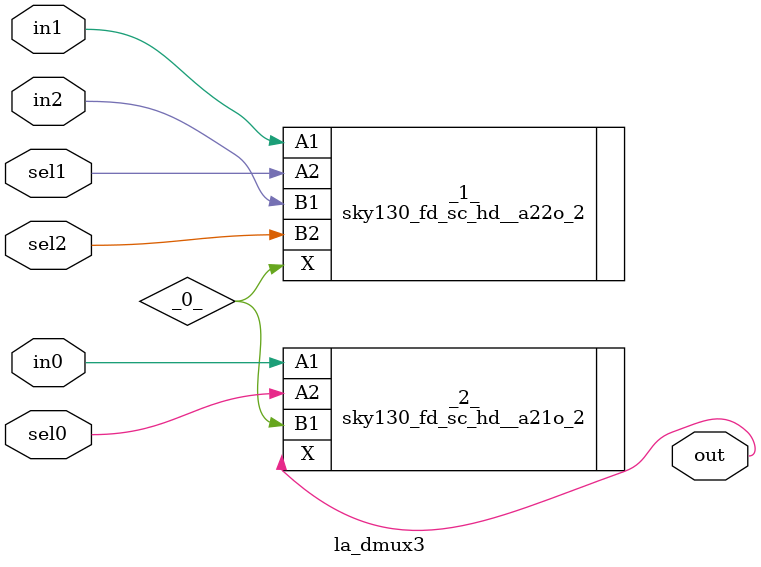
<source format=v>

module la_dmux3(sel2, sel1, sel0, in2, in1, in0, out);
  wire _0_;
  input in0;
  input in1;
  input in2;
  output out;
  input sel0;
  input sel1;
  input sel2;
  sky130_fd_sc_hd__a22o_2 _1_ (
    .A1(in1),
    .A2(sel1),
    .B1(in2),
    .B2(sel2),
    .X(_0_)
  );
  sky130_fd_sc_hd__a21o_2 _2_ (
    .A1(in0),
    .A2(sel0),
    .B1(_0_),
    .X(out)
  );
endmodule

</source>
